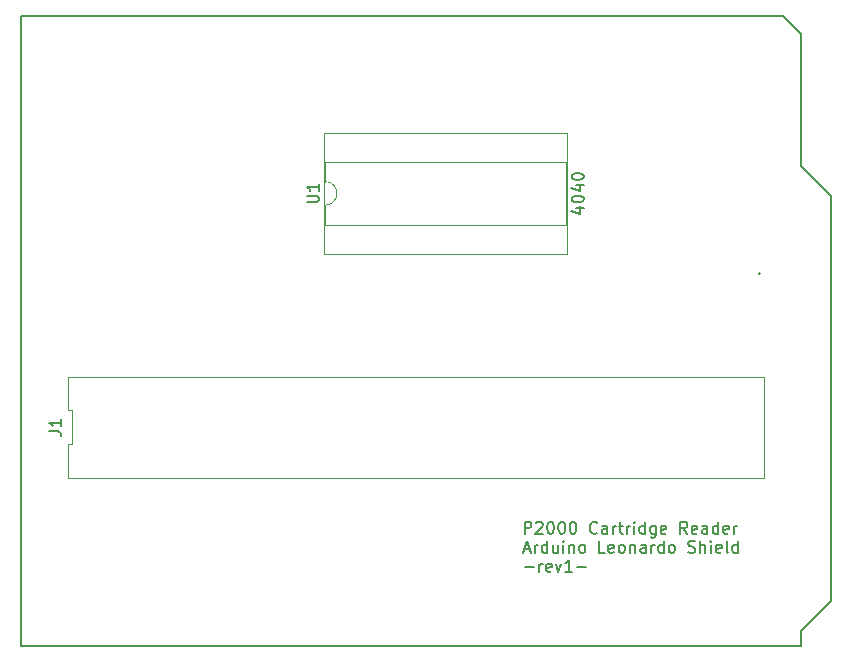
<source format=gbr>
%TF.GenerationSoftware,KiCad,Pcbnew,(6.0.9)*%
%TF.CreationDate,2023-07-04T21:14:23+02:00*%
%TF.ProjectId,p2000t-cartridge-reader,70323030-3074-42d6-9361-727472696467,rev?*%
%TF.SameCoordinates,Original*%
%TF.FileFunction,Legend,Top*%
%TF.FilePolarity,Positive*%
%FSLAX46Y46*%
G04 Gerber Fmt 4.6, Leading zero omitted, Abs format (unit mm)*
G04 Created by KiCad (PCBNEW (6.0.9)) date 2023-07-04 21:14:23*
%MOMM*%
%LPD*%
G01*
G04 APERTURE LIST*
%ADD10C,0.150000*%
%ADD11C,0.120000*%
G04 APERTURE END LIST*
D10*
X71455595Y-69200380D02*
X71455595Y-68200380D01*
X71836547Y-68200380D01*
X71931785Y-68248000D01*
X71979404Y-68295619D01*
X72027023Y-68390857D01*
X72027023Y-68533714D01*
X71979404Y-68628952D01*
X71931785Y-68676571D01*
X71836547Y-68724190D01*
X71455595Y-68724190D01*
X72407976Y-68295619D02*
X72455595Y-68248000D01*
X72550833Y-68200380D01*
X72788928Y-68200380D01*
X72884166Y-68248000D01*
X72931785Y-68295619D01*
X72979404Y-68390857D01*
X72979404Y-68486095D01*
X72931785Y-68628952D01*
X72360357Y-69200380D01*
X72979404Y-69200380D01*
X73598452Y-68200380D02*
X73693690Y-68200380D01*
X73788928Y-68248000D01*
X73836547Y-68295619D01*
X73884166Y-68390857D01*
X73931785Y-68581333D01*
X73931785Y-68819428D01*
X73884166Y-69009904D01*
X73836547Y-69105142D01*
X73788928Y-69152761D01*
X73693690Y-69200380D01*
X73598452Y-69200380D01*
X73503214Y-69152761D01*
X73455595Y-69105142D01*
X73407976Y-69009904D01*
X73360357Y-68819428D01*
X73360357Y-68581333D01*
X73407976Y-68390857D01*
X73455595Y-68295619D01*
X73503214Y-68248000D01*
X73598452Y-68200380D01*
X74550833Y-68200380D02*
X74646071Y-68200380D01*
X74741309Y-68248000D01*
X74788928Y-68295619D01*
X74836547Y-68390857D01*
X74884166Y-68581333D01*
X74884166Y-68819428D01*
X74836547Y-69009904D01*
X74788928Y-69105142D01*
X74741309Y-69152761D01*
X74646071Y-69200380D01*
X74550833Y-69200380D01*
X74455595Y-69152761D01*
X74407976Y-69105142D01*
X74360357Y-69009904D01*
X74312738Y-68819428D01*
X74312738Y-68581333D01*
X74360357Y-68390857D01*
X74407976Y-68295619D01*
X74455595Y-68248000D01*
X74550833Y-68200380D01*
X75503214Y-68200380D02*
X75598452Y-68200380D01*
X75693690Y-68248000D01*
X75741309Y-68295619D01*
X75788928Y-68390857D01*
X75836547Y-68581333D01*
X75836547Y-68819428D01*
X75788928Y-69009904D01*
X75741309Y-69105142D01*
X75693690Y-69152761D01*
X75598452Y-69200380D01*
X75503214Y-69200380D01*
X75407976Y-69152761D01*
X75360357Y-69105142D01*
X75312738Y-69009904D01*
X75265119Y-68819428D01*
X75265119Y-68581333D01*
X75312738Y-68390857D01*
X75360357Y-68295619D01*
X75407976Y-68248000D01*
X75503214Y-68200380D01*
X77598452Y-69105142D02*
X77550833Y-69152761D01*
X77407976Y-69200380D01*
X77312738Y-69200380D01*
X77169880Y-69152761D01*
X77074642Y-69057523D01*
X77027023Y-68962285D01*
X76979404Y-68771809D01*
X76979404Y-68628952D01*
X77027023Y-68438476D01*
X77074642Y-68343238D01*
X77169880Y-68248000D01*
X77312738Y-68200380D01*
X77407976Y-68200380D01*
X77550833Y-68248000D01*
X77598452Y-68295619D01*
X78455595Y-69200380D02*
X78455595Y-68676571D01*
X78407976Y-68581333D01*
X78312738Y-68533714D01*
X78122261Y-68533714D01*
X78027023Y-68581333D01*
X78455595Y-69152761D02*
X78360357Y-69200380D01*
X78122261Y-69200380D01*
X78027023Y-69152761D01*
X77979404Y-69057523D01*
X77979404Y-68962285D01*
X78027023Y-68867047D01*
X78122261Y-68819428D01*
X78360357Y-68819428D01*
X78455595Y-68771809D01*
X78931785Y-69200380D02*
X78931785Y-68533714D01*
X78931785Y-68724190D02*
X78979404Y-68628952D01*
X79027023Y-68581333D01*
X79122261Y-68533714D01*
X79217500Y-68533714D01*
X79407976Y-68533714D02*
X79788928Y-68533714D01*
X79550833Y-68200380D02*
X79550833Y-69057523D01*
X79598452Y-69152761D01*
X79693690Y-69200380D01*
X79788928Y-69200380D01*
X80122261Y-69200380D02*
X80122261Y-68533714D01*
X80122261Y-68724190D02*
X80169880Y-68628952D01*
X80217500Y-68581333D01*
X80312738Y-68533714D01*
X80407976Y-68533714D01*
X80741309Y-69200380D02*
X80741309Y-68533714D01*
X80741309Y-68200380D02*
X80693690Y-68248000D01*
X80741309Y-68295619D01*
X80788928Y-68248000D01*
X80741309Y-68200380D01*
X80741309Y-68295619D01*
X81646071Y-69200380D02*
X81646071Y-68200380D01*
X81646071Y-69152761D02*
X81550833Y-69200380D01*
X81360357Y-69200380D01*
X81265119Y-69152761D01*
X81217500Y-69105142D01*
X81169880Y-69009904D01*
X81169880Y-68724190D01*
X81217500Y-68628952D01*
X81265119Y-68581333D01*
X81360357Y-68533714D01*
X81550833Y-68533714D01*
X81646071Y-68581333D01*
X82550833Y-68533714D02*
X82550833Y-69343238D01*
X82503214Y-69438476D01*
X82455595Y-69486095D01*
X82360357Y-69533714D01*
X82217500Y-69533714D01*
X82122261Y-69486095D01*
X82550833Y-69152761D02*
X82455595Y-69200380D01*
X82265119Y-69200380D01*
X82169880Y-69152761D01*
X82122261Y-69105142D01*
X82074642Y-69009904D01*
X82074642Y-68724190D01*
X82122261Y-68628952D01*
X82169880Y-68581333D01*
X82265119Y-68533714D01*
X82455595Y-68533714D01*
X82550833Y-68581333D01*
X83407976Y-69152761D02*
X83312738Y-69200380D01*
X83122261Y-69200380D01*
X83027023Y-69152761D01*
X82979404Y-69057523D01*
X82979404Y-68676571D01*
X83027023Y-68581333D01*
X83122261Y-68533714D01*
X83312738Y-68533714D01*
X83407976Y-68581333D01*
X83455595Y-68676571D01*
X83455595Y-68771809D01*
X82979404Y-68867047D01*
X85217500Y-69200380D02*
X84884166Y-68724190D01*
X84646071Y-69200380D02*
X84646071Y-68200380D01*
X85027023Y-68200380D01*
X85122261Y-68248000D01*
X85169880Y-68295619D01*
X85217500Y-68390857D01*
X85217500Y-68533714D01*
X85169880Y-68628952D01*
X85122261Y-68676571D01*
X85027023Y-68724190D01*
X84646071Y-68724190D01*
X86027023Y-69152761D02*
X85931785Y-69200380D01*
X85741309Y-69200380D01*
X85646071Y-69152761D01*
X85598452Y-69057523D01*
X85598452Y-68676571D01*
X85646071Y-68581333D01*
X85741309Y-68533714D01*
X85931785Y-68533714D01*
X86027023Y-68581333D01*
X86074642Y-68676571D01*
X86074642Y-68771809D01*
X85598452Y-68867047D01*
X86931785Y-69200380D02*
X86931785Y-68676571D01*
X86884166Y-68581333D01*
X86788928Y-68533714D01*
X86598452Y-68533714D01*
X86503214Y-68581333D01*
X86931785Y-69152761D02*
X86836547Y-69200380D01*
X86598452Y-69200380D01*
X86503214Y-69152761D01*
X86455595Y-69057523D01*
X86455595Y-68962285D01*
X86503214Y-68867047D01*
X86598452Y-68819428D01*
X86836547Y-68819428D01*
X86931785Y-68771809D01*
X87836547Y-69200380D02*
X87836547Y-68200380D01*
X87836547Y-69152761D02*
X87741309Y-69200380D01*
X87550833Y-69200380D01*
X87455595Y-69152761D01*
X87407976Y-69105142D01*
X87360357Y-69009904D01*
X87360357Y-68724190D01*
X87407976Y-68628952D01*
X87455595Y-68581333D01*
X87550833Y-68533714D01*
X87741309Y-68533714D01*
X87836547Y-68581333D01*
X88693690Y-69152761D02*
X88598452Y-69200380D01*
X88407976Y-69200380D01*
X88312738Y-69152761D01*
X88265119Y-69057523D01*
X88265119Y-68676571D01*
X88312738Y-68581333D01*
X88407976Y-68533714D01*
X88598452Y-68533714D01*
X88693690Y-68581333D01*
X88741309Y-68676571D01*
X88741309Y-68771809D01*
X88265119Y-68867047D01*
X89169880Y-69200380D02*
X89169880Y-68533714D01*
X89169880Y-68724190D02*
X89217500Y-68628952D01*
X89265119Y-68581333D01*
X89360357Y-68533714D01*
X89455595Y-68533714D01*
X71407976Y-70524666D02*
X71884166Y-70524666D01*
X71312738Y-70810380D02*
X71646071Y-69810380D01*
X71979404Y-70810380D01*
X72312738Y-70810380D02*
X72312738Y-70143714D01*
X72312738Y-70334190D02*
X72360357Y-70238952D01*
X72407976Y-70191333D01*
X72503214Y-70143714D01*
X72598452Y-70143714D01*
X73360357Y-70810380D02*
X73360357Y-69810380D01*
X73360357Y-70762761D02*
X73265119Y-70810380D01*
X73074642Y-70810380D01*
X72979404Y-70762761D01*
X72931785Y-70715142D01*
X72884166Y-70619904D01*
X72884166Y-70334190D01*
X72931785Y-70238952D01*
X72979404Y-70191333D01*
X73074642Y-70143714D01*
X73265119Y-70143714D01*
X73360357Y-70191333D01*
X74265119Y-70143714D02*
X74265119Y-70810380D01*
X73836547Y-70143714D02*
X73836547Y-70667523D01*
X73884166Y-70762761D01*
X73979404Y-70810380D01*
X74122261Y-70810380D01*
X74217500Y-70762761D01*
X74265119Y-70715142D01*
X74741309Y-70810380D02*
X74741309Y-70143714D01*
X74741309Y-69810380D02*
X74693690Y-69858000D01*
X74741309Y-69905619D01*
X74788928Y-69858000D01*
X74741309Y-69810380D01*
X74741309Y-69905619D01*
X75217500Y-70143714D02*
X75217500Y-70810380D01*
X75217500Y-70238952D02*
X75265119Y-70191333D01*
X75360357Y-70143714D01*
X75503214Y-70143714D01*
X75598452Y-70191333D01*
X75646071Y-70286571D01*
X75646071Y-70810380D01*
X76265119Y-70810380D02*
X76169880Y-70762761D01*
X76122261Y-70715142D01*
X76074642Y-70619904D01*
X76074642Y-70334190D01*
X76122261Y-70238952D01*
X76169880Y-70191333D01*
X76265119Y-70143714D01*
X76407976Y-70143714D01*
X76503214Y-70191333D01*
X76550833Y-70238952D01*
X76598452Y-70334190D01*
X76598452Y-70619904D01*
X76550833Y-70715142D01*
X76503214Y-70762761D01*
X76407976Y-70810380D01*
X76265119Y-70810380D01*
X78265119Y-70810380D02*
X77788928Y-70810380D01*
X77788928Y-69810380D01*
X78979404Y-70762761D02*
X78884166Y-70810380D01*
X78693690Y-70810380D01*
X78598452Y-70762761D01*
X78550833Y-70667523D01*
X78550833Y-70286571D01*
X78598452Y-70191333D01*
X78693690Y-70143714D01*
X78884166Y-70143714D01*
X78979404Y-70191333D01*
X79027023Y-70286571D01*
X79027023Y-70381809D01*
X78550833Y-70477047D01*
X79598452Y-70810380D02*
X79503214Y-70762761D01*
X79455595Y-70715142D01*
X79407976Y-70619904D01*
X79407976Y-70334190D01*
X79455595Y-70238952D01*
X79503214Y-70191333D01*
X79598452Y-70143714D01*
X79741309Y-70143714D01*
X79836547Y-70191333D01*
X79884166Y-70238952D01*
X79931785Y-70334190D01*
X79931785Y-70619904D01*
X79884166Y-70715142D01*
X79836547Y-70762761D01*
X79741309Y-70810380D01*
X79598452Y-70810380D01*
X80360357Y-70143714D02*
X80360357Y-70810380D01*
X80360357Y-70238952D02*
X80407976Y-70191333D01*
X80503214Y-70143714D01*
X80646071Y-70143714D01*
X80741309Y-70191333D01*
X80788928Y-70286571D01*
X80788928Y-70810380D01*
X81693690Y-70810380D02*
X81693690Y-70286571D01*
X81646071Y-70191333D01*
X81550833Y-70143714D01*
X81360357Y-70143714D01*
X81265119Y-70191333D01*
X81693690Y-70762761D02*
X81598452Y-70810380D01*
X81360357Y-70810380D01*
X81265119Y-70762761D01*
X81217500Y-70667523D01*
X81217500Y-70572285D01*
X81265119Y-70477047D01*
X81360357Y-70429428D01*
X81598452Y-70429428D01*
X81693690Y-70381809D01*
X82169880Y-70810380D02*
X82169880Y-70143714D01*
X82169880Y-70334190D02*
X82217500Y-70238952D01*
X82265119Y-70191333D01*
X82360357Y-70143714D01*
X82455595Y-70143714D01*
X83217500Y-70810380D02*
X83217500Y-69810380D01*
X83217500Y-70762761D02*
X83122261Y-70810380D01*
X82931785Y-70810380D01*
X82836547Y-70762761D01*
X82788928Y-70715142D01*
X82741309Y-70619904D01*
X82741309Y-70334190D01*
X82788928Y-70238952D01*
X82836547Y-70191333D01*
X82931785Y-70143714D01*
X83122261Y-70143714D01*
X83217500Y-70191333D01*
X83836547Y-70810380D02*
X83741309Y-70762761D01*
X83693690Y-70715142D01*
X83646071Y-70619904D01*
X83646071Y-70334190D01*
X83693690Y-70238952D01*
X83741309Y-70191333D01*
X83836547Y-70143714D01*
X83979404Y-70143714D01*
X84074642Y-70191333D01*
X84122261Y-70238952D01*
X84169880Y-70334190D01*
X84169880Y-70619904D01*
X84122261Y-70715142D01*
X84074642Y-70762761D01*
X83979404Y-70810380D01*
X83836547Y-70810380D01*
X85312738Y-70762761D02*
X85455595Y-70810380D01*
X85693690Y-70810380D01*
X85788928Y-70762761D01*
X85836547Y-70715142D01*
X85884166Y-70619904D01*
X85884166Y-70524666D01*
X85836547Y-70429428D01*
X85788928Y-70381809D01*
X85693690Y-70334190D01*
X85503214Y-70286571D01*
X85407976Y-70238952D01*
X85360357Y-70191333D01*
X85312738Y-70096095D01*
X85312738Y-70000857D01*
X85360357Y-69905619D01*
X85407976Y-69858000D01*
X85503214Y-69810380D01*
X85741309Y-69810380D01*
X85884166Y-69858000D01*
X86312738Y-70810380D02*
X86312738Y-69810380D01*
X86741309Y-70810380D02*
X86741309Y-70286571D01*
X86693690Y-70191333D01*
X86598452Y-70143714D01*
X86455595Y-70143714D01*
X86360357Y-70191333D01*
X86312738Y-70238952D01*
X87217500Y-70810380D02*
X87217500Y-70143714D01*
X87217500Y-69810380D02*
X87169880Y-69858000D01*
X87217500Y-69905619D01*
X87265119Y-69858000D01*
X87217500Y-69810380D01*
X87217500Y-69905619D01*
X88074642Y-70762761D02*
X87979404Y-70810380D01*
X87788928Y-70810380D01*
X87693690Y-70762761D01*
X87646071Y-70667523D01*
X87646071Y-70286571D01*
X87693690Y-70191333D01*
X87788928Y-70143714D01*
X87979404Y-70143714D01*
X88074642Y-70191333D01*
X88122261Y-70286571D01*
X88122261Y-70381809D01*
X87646071Y-70477047D01*
X88693690Y-70810380D02*
X88598452Y-70762761D01*
X88550833Y-70667523D01*
X88550833Y-69810380D01*
X89503214Y-70810380D02*
X89503214Y-69810380D01*
X89503214Y-70762761D02*
X89407976Y-70810380D01*
X89217500Y-70810380D01*
X89122261Y-70762761D01*
X89074642Y-70715142D01*
X89027023Y-70619904D01*
X89027023Y-70334190D01*
X89074642Y-70238952D01*
X89122261Y-70191333D01*
X89217500Y-70143714D01*
X89407976Y-70143714D01*
X89503214Y-70191333D01*
X71455595Y-72039428D02*
X72217500Y-72039428D01*
X72693690Y-72420380D02*
X72693690Y-71753714D01*
X72693690Y-71944190D02*
X72741309Y-71848952D01*
X72788928Y-71801333D01*
X72884166Y-71753714D01*
X72979404Y-71753714D01*
X73693690Y-72372761D02*
X73598452Y-72420380D01*
X73407976Y-72420380D01*
X73312738Y-72372761D01*
X73265119Y-72277523D01*
X73265119Y-71896571D01*
X73312738Y-71801333D01*
X73407976Y-71753714D01*
X73598452Y-71753714D01*
X73693690Y-71801333D01*
X73741309Y-71896571D01*
X73741309Y-71991809D01*
X73265119Y-72087047D01*
X74074642Y-71753714D02*
X74312738Y-72420380D01*
X74550833Y-71753714D01*
X75455595Y-72420380D02*
X74884166Y-72420380D01*
X75169880Y-72420380D02*
X75169880Y-71420380D01*
X75074642Y-71563238D01*
X74979404Y-71658476D01*
X74884166Y-71706095D01*
X75884166Y-72039428D02*
X76646071Y-72039428D01*
%TO.C,U1*%
X53002380Y-41147904D02*
X53811904Y-41147904D01*
X53907142Y-41100285D01*
X53954761Y-41052666D01*
X54002380Y-40957428D01*
X54002380Y-40766952D01*
X53954761Y-40671714D01*
X53907142Y-40624095D01*
X53811904Y-40576476D01*
X53002380Y-40576476D01*
X54002380Y-39576476D02*
X54002380Y-40147904D01*
X54002380Y-39862190D02*
X53002380Y-39862190D01*
X53145238Y-39957428D01*
X53240476Y-40052666D01*
X53288095Y-40147904D01*
X75775714Y-41624095D02*
X76442380Y-41624095D01*
X75394761Y-41862190D02*
X76109047Y-42100285D01*
X76109047Y-41481238D01*
X75442380Y-40909809D02*
X75442380Y-40814571D01*
X75490000Y-40719333D01*
X75537619Y-40671714D01*
X75632857Y-40624095D01*
X75823333Y-40576476D01*
X76061428Y-40576476D01*
X76251904Y-40624095D01*
X76347142Y-40671714D01*
X76394761Y-40719333D01*
X76442380Y-40814571D01*
X76442380Y-40909809D01*
X76394761Y-41005047D01*
X76347142Y-41052666D01*
X76251904Y-41100285D01*
X76061428Y-41147904D01*
X75823333Y-41147904D01*
X75632857Y-41100285D01*
X75537619Y-41052666D01*
X75490000Y-41005047D01*
X75442380Y-40909809D01*
X75775714Y-39719333D02*
X76442380Y-39719333D01*
X75394761Y-39957428D02*
X76109047Y-40195523D01*
X76109047Y-39576476D01*
X75442380Y-39005047D02*
X75442380Y-38909809D01*
X75490000Y-38814571D01*
X75537619Y-38766952D01*
X75632857Y-38719333D01*
X75823333Y-38671714D01*
X76061428Y-38671714D01*
X76251904Y-38719333D01*
X76347142Y-38766952D01*
X76394761Y-38814571D01*
X76442380Y-38909809D01*
X76442380Y-39005047D01*
X76394761Y-39100285D01*
X76347142Y-39147904D01*
X76251904Y-39195523D01*
X76061428Y-39243142D01*
X75823333Y-39243142D01*
X75632857Y-39195523D01*
X75537619Y-39147904D01*
X75490000Y-39100285D01*
X75442380Y-39005047D01*
%TO.C,XA1*%
X91313000Y-47093142D02*
X91360619Y-47140761D01*
X91313000Y-47188380D01*
X91265380Y-47140761D01*
X91313000Y-47093142D01*
X91313000Y-47188380D01*
%TO.C,J1*%
X31212380Y-60531333D02*
X31926666Y-60531333D01*
X32069523Y-60578952D01*
X32164761Y-60674190D01*
X32212380Y-60817047D01*
X32212380Y-60912285D01*
X32212380Y-59531333D02*
X32212380Y-60102761D01*
X32212380Y-59817047D02*
X31212380Y-59817047D01*
X31355238Y-59912285D01*
X31450476Y-60007523D01*
X31498095Y-60102761D01*
D11*
%TO.C,U1*%
X75050000Y-35246000D02*
X54490000Y-35246000D01*
X54550000Y-43036000D02*
X74990000Y-43036000D01*
X54550000Y-37736000D02*
X54550000Y-39386000D01*
X74990000Y-37736000D02*
X54550000Y-37736000D01*
X54490000Y-45526000D02*
X75050000Y-45526000D01*
X75050000Y-45526000D02*
X75050000Y-35246000D01*
X74990000Y-43036000D02*
X74990000Y-37736000D01*
X54490000Y-35246000D02*
X54490000Y-45526000D01*
X54550000Y-41386000D02*
X54550000Y-43036000D01*
X54550000Y-41386000D02*
G75*
G03*
X54550000Y-39386000I0J1000000D01*
G01*
D10*
%TO.C,XA1*%
X94869000Y-77470000D02*
X97409000Y-74930000D01*
X97409000Y-40640000D02*
X94869000Y-38100000D01*
X97409000Y-74930000D02*
X97409000Y-40640000D01*
X94869000Y-78740000D02*
X94869000Y-77470000D01*
X28829000Y-78740000D02*
X94869000Y-78740000D01*
X28829000Y-25400000D02*
X93345000Y-25400000D01*
X93345000Y-25400000D02*
X94869000Y-26924000D01*
X94869000Y-38100000D02*
X94869000Y-26924000D01*
X28829000Y-25400000D02*
X28829000Y-78740000D01*
D11*
%TO.C,J1*%
X91700000Y-64488000D02*
X91700000Y-55908001D01*
X33120000Y-58768000D02*
X33120000Y-61627999D01*
X32760000Y-55908000D02*
X32760000Y-58768000D01*
X32760000Y-64487999D02*
X91700000Y-64488000D01*
X32760000Y-58768000D02*
X33120000Y-58768000D01*
X33120000Y-61627999D02*
X32760000Y-61627999D01*
X32760000Y-61627999D02*
X32760000Y-64487999D01*
X91700000Y-55908001D02*
X32760000Y-55908000D01*
%TD*%
M02*

</source>
